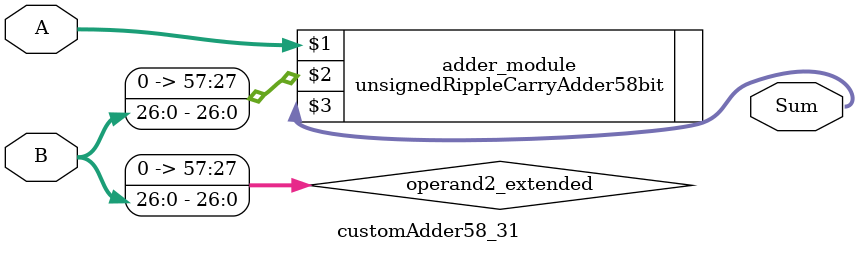
<source format=v>
module customAdder58_31(
                        input [57 : 0] A,
                        input [26 : 0] B,
                        
                        output [58 : 0] Sum
                );

        wire [57 : 0] operand2_extended;
        
        assign operand2_extended =  {31'b0, B};
        
        unsignedRippleCarryAdder58bit adder_module(
            A,
            operand2_extended,
            Sum
        );
        
        endmodule
        
</source>
